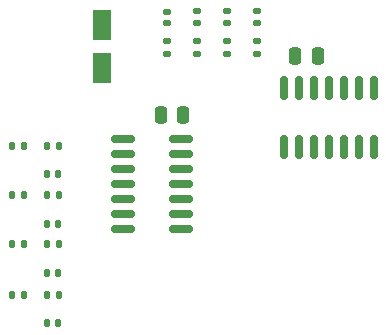
<source format=gbr>
%TF.GenerationSoftware,KiCad,Pcbnew,7.0.1-3b83917a11~172~ubuntu22.04.1*%
%TF.CreationDate,2023-04-07T18:55:38-03:00*%
%TF.ProjectId,button-debouncer,62757474-6f6e-42d6-9465-626f756e6365,rev?*%
%TF.SameCoordinates,Original*%
%TF.FileFunction,Paste,Top*%
%TF.FilePolarity,Positive*%
%FSLAX46Y46*%
G04 Gerber Fmt 4.6, Leading zero omitted, Abs format (unit mm)*
G04 Created by KiCad (PCBNEW 7.0.1-3b83917a11~172~ubuntu22.04.1) date 2023-04-07 18:55:38*
%MOMM*%
%LPD*%
G01*
G04 APERTURE LIST*
G04 Aperture macros list*
%AMRoundRect*
0 Rectangle with rounded corners*
0 $1 Rounding radius*
0 $2 $3 $4 $5 $6 $7 $8 $9 X,Y pos of 4 corners*
0 Add a 4 corners polygon primitive as box body*
4,1,4,$2,$3,$4,$5,$6,$7,$8,$9,$2,$3,0*
0 Add four circle primitives for the rounded corners*
1,1,$1+$1,$2,$3*
1,1,$1+$1,$4,$5*
1,1,$1+$1,$6,$7*
1,1,$1+$1,$8,$9*
0 Add four rect primitives between the rounded corners*
20,1,$1+$1,$2,$3,$4,$5,0*
20,1,$1+$1,$4,$5,$6,$7,0*
20,1,$1+$1,$6,$7,$8,$9,0*
20,1,$1+$1,$8,$9,$2,$3,0*%
G04 Aperture macros list end*
%ADD10RoundRect,0.150000X-0.825000X-0.150000X0.825000X-0.150000X0.825000X0.150000X-0.825000X0.150000X0*%
%ADD11RoundRect,0.250000X-0.250000X-0.475000X0.250000X-0.475000X0.250000X0.475000X-0.250000X0.475000X0*%
%ADD12RoundRect,0.250000X0.250000X0.475000X-0.250000X0.475000X-0.250000X-0.475000X0.250000X-0.475000X0*%
%ADD13RoundRect,0.250000X0.550000X-1.050000X0.550000X1.050000X-0.550000X1.050000X-0.550000X-1.050000X0*%
%ADD14RoundRect,0.140000X-0.140000X-0.170000X0.140000X-0.170000X0.140000X0.170000X-0.140000X0.170000X0*%
%ADD15RoundRect,0.135000X0.185000X-0.135000X0.185000X0.135000X-0.185000X0.135000X-0.185000X-0.135000X0*%
%ADD16RoundRect,0.135000X-0.135000X-0.185000X0.135000X-0.185000X0.135000X0.185000X-0.135000X0.185000X0*%
%ADD17RoundRect,0.135000X0.135000X0.185000X-0.135000X0.185000X-0.135000X-0.185000X0.135000X-0.185000X0*%
%ADD18RoundRect,0.147500X-0.172500X0.147500X-0.172500X-0.147500X0.172500X-0.147500X0.172500X0.147500X0*%
%ADD19RoundRect,0.150000X0.150000X-0.825000X0.150000X0.825000X-0.150000X0.825000X-0.150000X-0.825000X0*%
G04 APERTURE END LIST*
D10*
%TO.C,U1*%
X117400000Y-66800000D03*
X117400000Y-68070000D03*
X117400000Y-69340000D03*
X117400000Y-70610000D03*
X117400000Y-71880000D03*
X117400000Y-73150000D03*
X117400000Y-74420000D03*
X112450000Y-74420000D03*
X112450000Y-73150000D03*
X112450000Y-71880000D03*
X112450000Y-70610000D03*
X112450000Y-69340000D03*
X112450000Y-68070000D03*
X112450000Y-66800000D03*
%TD*%
D11*
%TO.C,C4*%
X128950000Y-59800000D03*
X127050000Y-59800000D03*
%TD*%
D12*
%TO.C,C3*%
X115650000Y-64800000D03*
X117550000Y-64800000D03*
%TD*%
D13*
%TO.C,C1*%
X110700000Y-60800000D03*
X110700000Y-57200000D03*
%TD*%
D14*
%TO.C,C8*%
X107000000Y-69800000D03*
X106040000Y-69800000D03*
%TD*%
%TO.C,C7*%
X107000000Y-74000000D03*
X106040000Y-74000000D03*
%TD*%
%TO.C,C6*%
X106040000Y-78200000D03*
X107000000Y-78200000D03*
%TD*%
%TO.C,C5*%
X106040000Y-82430000D03*
X107000000Y-82430000D03*
%TD*%
D15*
%TO.C,R12*%
X123820000Y-59585000D03*
X123820000Y-58565000D03*
%TD*%
%TO.C,R11*%
X121280000Y-59585000D03*
X121280000Y-58565000D03*
%TD*%
%TO.C,R10*%
X118740000Y-59585000D03*
X118740000Y-58565000D03*
%TD*%
%TO.C,R9*%
X116200000Y-58565000D03*
X116200000Y-59585000D03*
%TD*%
D16*
%TO.C,R8*%
X103100000Y-67400000D03*
X104120000Y-67400000D03*
%TD*%
D17*
%TO.C,R7*%
X107060000Y-67400000D03*
X106040000Y-67400000D03*
%TD*%
D16*
%TO.C,R6*%
X104120000Y-71566668D03*
X103100000Y-71566668D03*
%TD*%
D17*
%TO.C,R5*%
X106040000Y-71566668D03*
X107060000Y-71566668D03*
%TD*%
D16*
%TO.C,R4*%
X103100000Y-75733334D03*
X104120000Y-75733334D03*
%TD*%
D17*
%TO.C,R3*%
X107060000Y-75733334D03*
X106040000Y-75733334D03*
%TD*%
D16*
%TO.C,R2*%
X103100000Y-80030000D03*
X104120000Y-80030000D03*
%TD*%
D17*
%TO.C,R1*%
X107060000Y-80030000D03*
X106040000Y-80030000D03*
%TD*%
D18*
%TO.C,D4*%
X123820000Y-56000000D03*
X123820000Y-56970000D03*
%TD*%
%TO.C,D3*%
X121280000Y-56000000D03*
X121280000Y-56970000D03*
%TD*%
%TO.C,D2*%
X118740000Y-56000000D03*
X118740000Y-56970000D03*
%TD*%
%TO.C,D1*%
X116200000Y-57000000D03*
X116200000Y-56030000D03*
%TD*%
D19*
%TO.C,U2*%
X126065000Y-62535000D03*
X127335000Y-62535000D03*
X128605000Y-62535000D03*
X129875000Y-62535000D03*
X131145000Y-62535000D03*
X132415000Y-62535000D03*
X133685000Y-62535000D03*
X133685000Y-67485000D03*
X132415000Y-67485000D03*
X131145000Y-67485000D03*
X129875000Y-67485000D03*
X128605000Y-67485000D03*
X127335000Y-67485000D03*
X126065000Y-67485000D03*
%TD*%
M02*

</source>
